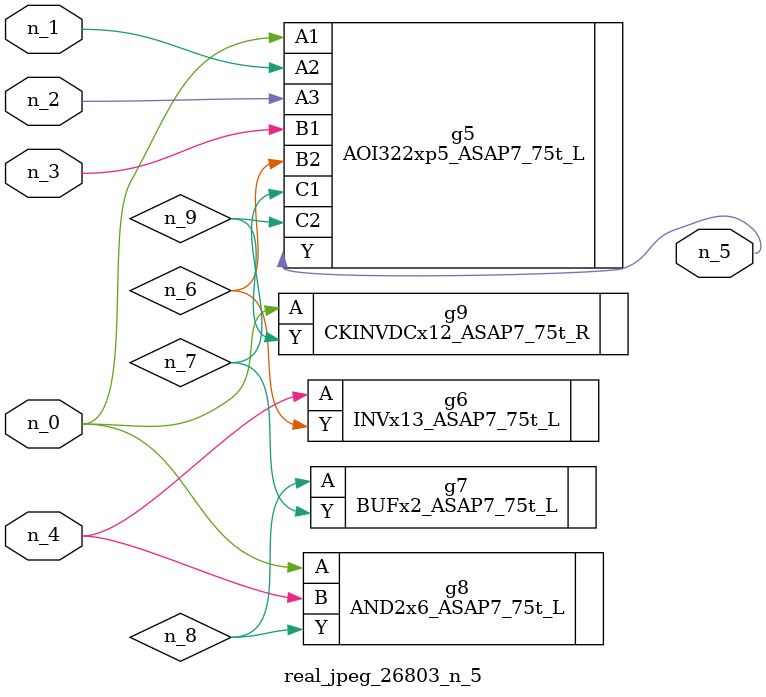
<source format=v>
module real_jpeg_26803_n_5 (n_4, n_0, n_1, n_2, n_3, n_5);

input n_4;
input n_0;
input n_1;
input n_2;
input n_3;

output n_5;

wire n_8;
wire n_6;
wire n_7;
wire n_9;

AOI322xp5_ASAP7_75t_L g5 ( 
.A1(n_0),
.A2(n_1),
.A3(n_2),
.B1(n_3),
.B2(n_6),
.C1(n_7),
.C2(n_9),
.Y(n_5)
);

AND2x6_ASAP7_75t_L g8 ( 
.A(n_0),
.B(n_4),
.Y(n_8)
);

CKINVDCx12_ASAP7_75t_R g9 ( 
.A(n_0),
.Y(n_9)
);

INVx13_ASAP7_75t_L g6 ( 
.A(n_4),
.Y(n_6)
);

BUFx2_ASAP7_75t_L g7 ( 
.A(n_8),
.Y(n_7)
);


endmodule
</source>
